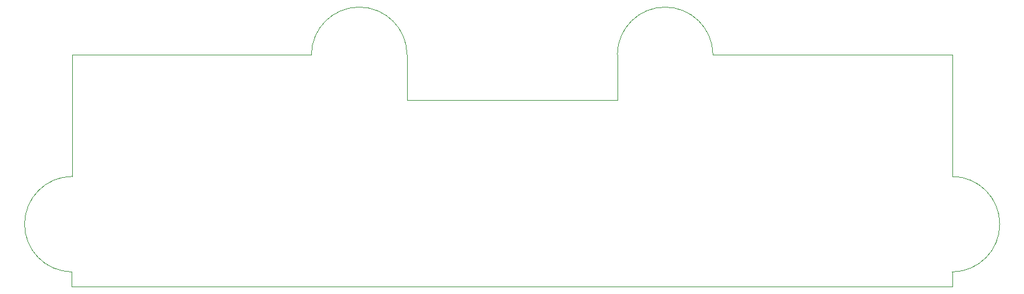
<source format=gbr>
%TF.GenerationSoftware,KiCad,Pcbnew,6.0.6-3a73a75311~116~ubuntu20.04.1*%
%TF.CreationDate,2022-07-28T16:32:40+08:00*%
%TF.ProjectId,Board1,426f6172-6431-42e6-9b69-6361645f7063,rev?*%
%TF.SameCoordinates,Original*%
%TF.FileFunction,Profile,NP*%
%FSLAX46Y46*%
G04 Gerber Fmt 4.6, Leading zero omitted, Abs format (unit mm)*
G04 Created by KiCad (PCBNEW 6.0.6-3a73a75311~116~ubuntu20.04.1) date 2022-07-28 16:32:40*
%MOMM*%
%LPD*%
G01*
G04 APERTURE LIST*
%TA.AperFunction,Profile*%
%ADD10C,0.050000*%
%TD*%
G04 APERTURE END LIST*
D10*
X143510000Y-65938400D02*
X143510099Y-59689176D01*
X114909600Y-65938400D02*
X143510000Y-65938400D01*
X114909600Y-59689178D02*
X114909600Y-65938400D01*
X128117908Y-91338400D02*
X69291200Y-91338400D01*
X69342097Y-76301797D02*
G75*
G03*
X69290892Y-89306398I51214J-6502603D01*
G01*
X69291200Y-91338400D02*
X69290892Y-89306398D01*
X69342099Y-59689998D02*
X101905000Y-59689176D01*
X69342099Y-59689998D02*
X69342097Y-76301798D01*
X189077908Y-91287600D02*
X128117908Y-91338400D01*
X189077600Y-89306400D02*
X189077908Y-91287600D01*
X189077602Y-76301800D02*
X189077600Y-59690000D01*
X156514699Y-59689178D02*
X189077600Y-59690000D01*
X189077600Y-89306300D02*
G75*
G03*
X189077602Y-76301700I-51210J6502300D01*
G01*
X156514699Y-59689178D02*
G75*
G03*
X143510099Y-59689176I-6502300J-51210D01*
G01*
X114909600Y-59689178D02*
G75*
G03*
X101905000Y-59689176I-6502300J-51210D01*
G01*
M02*

</source>
